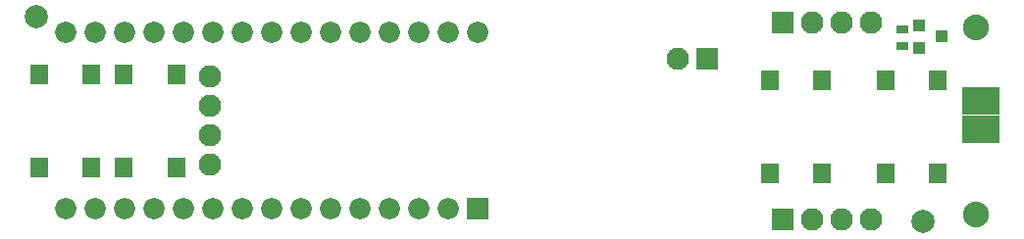
<source format=gbr>
G04 #@! TF.GenerationSoftware,KiCad,Pcbnew,no-vcs-found*
G04 #@! TF.CreationDate,2018-05-22T13:07:31+02:00*
G04 #@! TF.ProjectId,3dsimo_kit,336473696D6F5F6B69742E6B69636164,100A*
G04 #@! TF.SameCoordinates,Original
G04 #@! TF.FileFunction,Soldermask,Top*
G04 #@! TF.FilePolarity,Negative*
%FSLAX46Y46*%
G04 Gerber Fmt 4.6, Leading zero omitted, Abs format (unit mm)*
G04 Created by KiCad (PCBNEW no-vcs-found) date 05/22/18 13:07:31*
%MOMM*%
%LPD*%
G01*
G04 APERTURE LIST*
%ADD10C,0.100000*%
%ADD11O,1.940000X1.940000*%
%ADD12R,1.940000X1.940000*%
%ADD13O,1.840000X1.840000*%
%ADD14R,1.840000X1.840000*%
%ADD15C,2.000000*%
%ADD16C,2.240000*%
%ADD17C,1.940000*%
%ADD18R,1.540000X1.790000*%
%ADD19R,1.140000X1.040000*%
%ADD20R,3.240000X2.340000*%
%ADD21R,1.140000X0.740000*%
G04 APERTURE END LIST*
D10*
D11*
X122500000Y-55300000D03*
D12*
X125040000Y-55300000D03*
D13*
X69715000Y-53035000D03*
X69715000Y-68275000D03*
X105275000Y-53035000D03*
X72255000Y-68275000D03*
X102735000Y-53035000D03*
X74795000Y-68275000D03*
X100195000Y-53035000D03*
X77335000Y-68275000D03*
X97655000Y-53035000D03*
X79875000Y-68275000D03*
X95115000Y-53035000D03*
X82415000Y-68275000D03*
X92575000Y-53035000D03*
X84955000Y-68275000D03*
X90035000Y-53035000D03*
X87495000Y-68275000D03*
X87495000Y-53035000D03*
X90035000Y-68275000D03*
X84955000Y-53035000D03*
X92575000Y-68275000D03*
X82415000Y-53035000D03*
X95115000Y-68275000D03*
X79875000Y-53035000D03*
X97655000Y-68275000D03*
X77335000Y-53035000D03*
X100195000Y-68275000D03*
X74795000Y-53035000D03*
X102735000Y-68275000D03*
X72255000Y-53035000D03*
D14*
X105275000Y-68275000D03*
D15*
X67125000Y-51675000D03*
X143725000Y-69375000D03*
D16*
X148225000Y-68775000D03*
X148225000Y-52575000D03*
D11*
X139245000Y-69175000D03*
X136705000Y-69175000D03*
X134165000Y-69175000D03*
D12*
X131625000Y-69175000D03*
X131625000Y-52175000D03*
D11*
X134165000Y-52175000D03*
X136705000Y-52175000D03*
X139245000Y-52175000D03*
D17*
X82100000Y-64470000D03*
X82100000Y-61920000D03*
X82100000Y-59380000D03*
X82100000Y-56840000D03*
D18*
X144975000Y-65175000D03*
X140475000Y-65175000D03*
X144975000Y-57175000D03*
X140475000Y-57175000D03*
X134975000Y-65175000D03*
X130475000Y-65175000D03*
X134975000Y-57175000D03*
X130475000Y-57175000D03*
X74725000Y-56675000D03*
X79225000Y-56675000D03*
X74725000Y-64675000D03*
X79225000Y-64675000D03*
X67375000Y-56675000D03*
X71875000Y-56675000D03*
X67375000Y-64675000D03*
X71875000Y-64675000D03*
D19*
X145325000Y-53375000D03*
X143325000Y-54325000D03*
X143325000Y-52425000D03*
D20*
X148725000Y-58925000D03*
X148725000Y-61425000D03*
D21*
X141925000Y-54225000D03*
X141925000Y-52725000D03*
M02*

</source>
